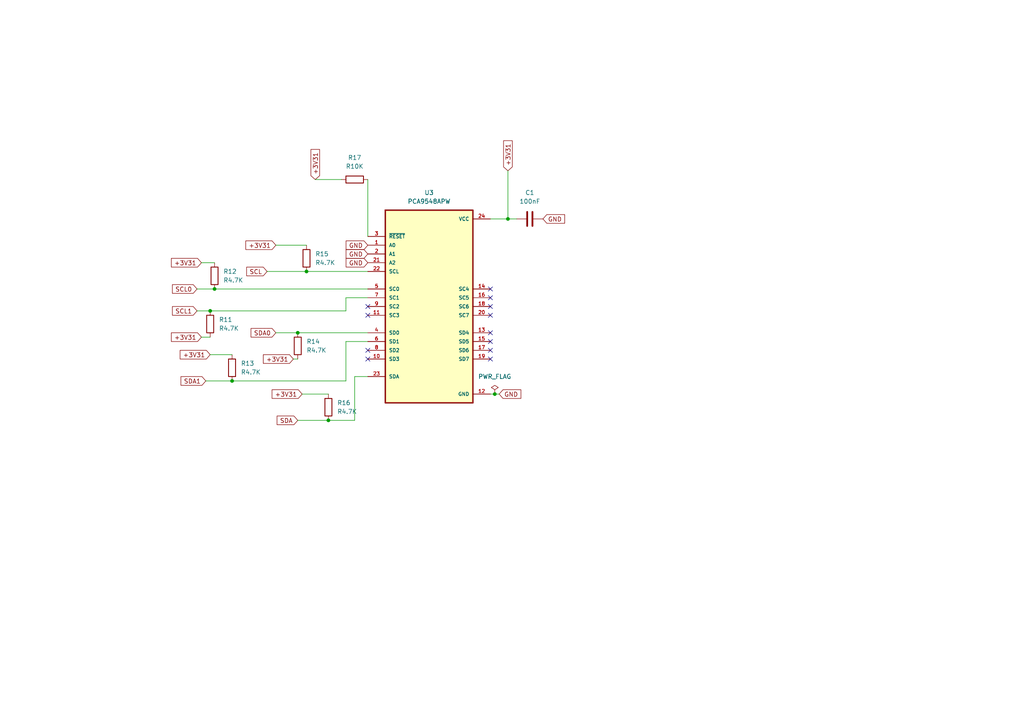
<source format=kicad_sch>
(kicad_sch (version 20231120) (generator "eeschema") (generator_version "8.0")
  (paper "A4")
  (lib_symbols
    (symbol "Device:C" (pin_numbers hide) (pin_names (offset 0.254))
      (property "Reference" "C" (at 0.635 2.54 0))
      (property "Value" "C" (at 0.635 -2.54 0))
      (symbol "C_0_1"
        (polyline (pts (xy -2.032 -0.762) (xy 2.032 -0.762)) (stroke (width 0.508)))
        (polyline (pts (xy -2.032 0.762) (xy 2.032 0.762)) (stroke (width 0.508)))
      )
      (symbol "C_1_1"
        (pin passive line (at 0 3.81 270) (length 2.794) (name "~") (number "1"))
        (pin passive line (at 0 -3.81 90) (length 2.794) (name "~") (number "2"))
      )
    )
    (symbol "Device:R" (pin_numbers hide) (pin_names (offset 0))
      (property "Reference" "R" (at 2.032 0 90))
      (property "Value" "R" (at 0 0 90))
      (symbol "R_0_1"
        (rectangle (start -1.016 -2.54) (end 1.016 2.54) (stroke (width 0.254)))
      )
      (symbol "R_1_1"
        (pin passive line (at 0 3.81 270) (length 1.27) (name "~") (number "1"))
        (pin passive line (at 0 -3.81 90) (length 1.27) (name "~") (number "2"))
      )
    )
    (symbol "SF_Library:PCA9548APW" (pin_names (offset 1.016))
      (property "Reference" "U" (at -12.7 28.94 0))
      (property "Value" "PCA9548APW" (at -12.7 -31.94 0))
      (symbol "PCA9548APW_0_0"
        (rectangle (start -12.7 -27.94) (end 12.7 27.94) (stroke (width 0.41)) (fill (type background)))
        (pin input line (at -17.78 17.78 0) (length 5.08) (name "A0") (number "1"))
        (pin bidirectional line (at -17.78 -15.24 0) (length 5.08) (name "SD3") (number "10"))
        (pin bidirectional line (at -17.78 -2.54 0) (length 5.08) (name "SC3") (number "11"))
        (pin power_in line (at 17.78 -25.4 180) (length 5.08) (name "GND") (number "12"))
        (pin bidirectional line (at 17.78 -7.62 180) (length 5.08) (name "SD4") (number "13"))
        (pin bidirectional line (at 17.78 5.08 180) (length 5.08) (name "SC4") (number "14"))
        (pin bidirectional line (at 17.78 -10.16 180) (length 5.08) (name "SD5") (number "15"))
        (pin bidirectional line (at 17.78 2.54 180) (length 5.08) (name "SC5") (number "16"))
        (pin bidirectional line (at 17.78 -12.7 180) (length 5.08) (name "SD6") (number "17"))
        (pin bidirectional line (at 17.78 0 180) (length 5.08) (name "SC6") (number "18"))
        (pin bidirectional line (at 17.78 -15.24 180) (length 5.08) (name "SD7") (number "19"))
        (pin input line (at -17.78 15.24 0) (length 5.08) (name "A1") (number "2"))
        (pin bidirectional line (at 17.78 -2.54 180) (length 5.08) (name "SC7") (number "20"))
        (pin input line (at -17.78 12.7 0) (length 5.08) (name "A2") (number "21"))
        (pin input line (at -17.78 10.16 0) (length 5.08) (name "SCL") (number "22"))
        (pin bidirectional line (at -17.78 -20.32 0) (length 5.08) (name "SDA") (number "23"))
        (pin power_in line (at 17.78 25.4 180) (length 5.08) (name "VCC") (number "24"))
        (pin input line (at -17.78 20.32 0) (length 5.08) (name "~{RESET}") (number "3"))
        (pin bidirectional line (at -17.78 -7.62 0) (length 5.08) (name "SD0") (number "4"))
        (pin bidirectional line (at -17.78 5.08 0) (length 5.08) (name "SC0") (number "5"))
        (pin bidirectional line (at -17.78 -10.16 0) (length 5.08) (name "SD1") (number "6"))
        (pin bidirectional line (at -17.78 2.54 0) (length 5.08) (name "SC1") (number "7"))
        (pin bidirectional line (at -17.78 -12.7 0) (length 5.08) (name "SD2") (number "8"))
        (pin bidirectional line (at -17.78 0 0) (length 5.08) (name "SC2") (number "9"))
      )
    )
    (symbol "power:PWR_FLAG" (power) (pin_numbers hide) (pin_names (offset 0) hide)
      (property "Value" "PWR_FLAG" (at 0 3.81 0))
      (symbol "PWR_FLAG_0_0"
        (pin power_out line (at 0 0 90) (length 0) (name "~") (number "1"))
      )
      (symbol "PWR_FLAG_0_1"
        (polyline (pts (xy 0 0) (xy 0 1.27) (xy -1.016 1.905) (xy 0 2.54) (xy 1.016 1.905) (xy 0 1.27)))
      )
    )
  )
  (junction (at 86.36 96.52))
  (junction (at 62.23 83.82))
  (junction (at 88.9 78.74))
  (junction (at 147.32 63.5))
  (junction (at 60.96 90.17))
  (junction (at 95.25 121.92))
  (junction (at 67.31 110.49))
  (junction (at 143.51 114.3))
  (no_connect (at 142.24 96.52))
  (no_connect (at 142.24 104.14))
  (no_connect (at 142.24 99.06))
  (no_connect (at 142.24 88.9))
  (no_connect (at 106.68 88.9))
  (no_connect (at 142.24 83.82))
  (no_connect (at 142.24 101.6))
  (no_connect (at 142.24 86.36))
  (no_connect (at 106.68 101.6))
  (no_connect (at 142.24 91.44))
  (no_connect (at 106.68 104.14))
  (no_connect (at 106.68 91.44))
  (wire (pts (xy 147.32 63.5) (xy 149.86 63.5)))
  (wire (pts (xy 57.15 90.17) (xy 60.96 90.17)))
  (wire (pts (xy 60.96 102.87) (xy 67.31 102.87)))
  (wire (pts (xy 80.01 96.52) (xy 86.36 96.52)))
  (wire (pts (xy 67.31 110.49) (xy 100.33 110.49)))
  (wire (pts (xy 100.33 99.06) (xy 100.33 110.49)))
  (wire (pts (xy 59.69 110.49) (xy 67.31 110.49)))
  (wire (pts (xy 85.09 104.14) (xy 86.36 104.14)))
  (wire (pts (xy 88.9 71.12) (xy 80.01 71.12)))
  (wire (pts (xy 87.63 114.3) (xy 95.25 114.3)))
  (wire (pts (xy 77.47 78.74) (xy 88.9 78.74)))
  (wire (pts (xy 58.42 76.2) (xy 62.23 76.2)))
  (wire (pts (xy 100.33 90.17) (xy 100.33 86.36)))
  (wire (pts (xy 106.68 52.07) (xy 106.68 68.58)))
  (wire (pts (xy 57.15 83.82) (xy 62.23 83.82)))
  (wire (pts (xy 95.25 121.92) (xy 102.87 121.92)))
  (wire (pts (xy 102.87 121.92) (xy 102.87 109.22)))
  (wire (pts (xy 143.51 114.3) (xy 142.24 114.3)))
  (wire (pts (xy 62.23 83.82) (xy 106.68 83.82)))
  (wire (pts (xy 86.36 96.52) (xy 106.68 96.52)))
  (wire (pts (xy 91.44 52.07) (xy 99.06 52.07)))
  (wire (pts (xy 147.32 63.5) (xy 142.24 63.5)))
  (wire (pts (xy 58.42 97.79) (xy 60.96 97.79)))
  (wire (pts (xy 88.9 78.74) (xy 106.68 78.74)))
  (wire (pts (xy 144.78 114.3) (xy 143.51 114.3)))
  (wire (pts (xy 60.96 90.17) (xy 100.33 90.17)))
  (wire (pts (xy 86.36 121.92) (xy 95.25 121.92)))
  (wire (pts (xy 100.33 99.06) (xy 106.68 99.06)))
  (wire (pts (xy 100.33 86.36) (xy 106.68 86.36)))
  (wire (pts (xy 102.87 109.22) (xy 106.68 109.22)))
  (wire (pts (xy 147.32 49.53) (xy 147.32 63.5)))
  (global_label "GND" (shape input) (at 106.68 73.66 180) (property "Intersheetrefs" "${INTERSHEET_REFS}" (effects (hide yes))))
  (global_label "+3V31" (shape input) (at 147.32 49.53 90) (property "Intersheetrefs" "${INTERSHEET_REFS}" (effects (hide yes))))
  (global_label "SCL" (shape input) (at 77.47 78.74 180) (property "Intersheetrefs" "${INTERSHEET_REFS}" (effects (hide yes))))
  (global_label "SDA" (shape input) (at 86.36 121.92 180) (property "Intersheetrefs" "${INTERSHEET_REFS}" (effects (hide yes))))
  (global_label "+3V31" (shape input) (at 60.96 102.87 180) (property "Intersheetrefs" "${INTERSHEET_REFS}" (effects (hide yes))))
  (global_label "GND" (shape input) (at 106.68 71.12 180) (property "Intersheetrefs" "${INTERSHEET_REFS}" (effects (hide yes))))
  (global_label "SDA1" (shape input) (at 59.69 110.49 180) (property "Intersheetrefs" "${INTERSHEET_REFS}" (effects (hide yes))))
  (global_label "GND" (shape input) (at 144.78 114.3 0) (property "Intersheetrefs" "${INTERSHEET_REFS}" (effects (hide yes))))
  (global_label "+3V31" (shape input) (at 85.09 104.14 180) (property "Intersheetrefs" "${INTERSHEET_REFS}" (effects (hide yes))))
  (global_label "+3V31" (shape input) (at 80.01 71.12 180) (property "Intersheetrefs" "${INTERSHEET_REFS}" (effects (hide yes))))
  (global_label "SDA0" (shape input) (at 80.01 96.52 180) (property "Intersheetrefs" "${INTERSHEET_REFS}" (effects (hide yes))))
  (global_label "GND" (shape input) (at 157.48 63.5 0) (property "Intersheetrefs" "${INTERSHEET_REFS}" (effects (hide yes))))
  (global_label "+3V31" (shape input) (at 58.42 97.79 180) (property "Intersheetrefs" "${INTERSHEET_REFS}" (effects (hide yes))))
  (global_label "+3V31" (shape input) (at 91.44 52.07 90) (property "Intersheetrefs" "${INTERSHEET_REFS}" (effects (hide yes))))
  (global_label "SCL0" (shape input) (at 57.15 83.82 180) (property "Intersheetrefs" "${INTERSHEET_REFS}" (effects (hide yes))))
  (global_label "+3V31" (shape input) (at 58.42 76.2 180) (property "Intersheetrefs" "${INTERSHEET_REFS}" (effects (hide yes))))
  (global_label "+3V31" (shape input) (at 87.63 114.3 180) (property "Intersheetrefs" "${INTERSHEET_REFS}" (effects (hide yes))))
  (global_label "GND" (shape input) (at 106.68 76.2 180) (property "Intersheetrefs" "${INTERSHEET_REFS}" (effects (hide yes))))
  (global_label "SCL1" (shape input) (at 57.15 90.17 180) (property "Intersheetrefs" "${INTERSHEET_REFS}" (effects (hide yes))))
  (symbol (lib_id "Device:R") (at 86.36 100.33 180) (unit 1)
    (property "Reference" "R14" (at 88.9 99.0599 0) (effects (justify right)))
    (property "Value" "R4.7K" (at 88.9 101.5999 0) (effects (justify right)))
    (property "Footprint" "Resistor_SMD:R_1206_3216Metric_Pad1.30x1.75mm_HandSolder" (effects (hide yes)))
    (property "Description" "Resistor" (effects (hide yes)))
  )
  (symbol (lib_id "Device:C") (at 153.67 63.5 90) (unit 1)
    (property "Reference" "C1" (at 153.67 55.88 90))
    (property "Value" "100nF" (at 153.67 58.42 90))
    (property "Footprint" "Capacitor_SMD:C_1206_3216Metric_Pad1.33x1.80mm_HandSolder" (effects (hide yes)))
    (property "Description" "Unpolarized capacitor" (effects (hide yes)))
  )
  (symbol (lib_id "Device:R") (at 102.87 52.07 90) (unit 1)
    (property "Reference" "R17" (at 102.87 45.72 90))
    (property "Value" "R10K" (at 102.87 48.26 90))
    (property "Footprint" "Resistor_SMD:R_1206_3216Metric_Pad1.30x1.75mm_HandSolder" (effects (hide yes)))
    (property "Description" "Resistor" (effects (hide yes)))
  )
  (symbol (lib_id "SF_Library:PCA9548APW") (at 124.46 88.9 0) (unit 1)
    (property "Reference" "U3" (at 124.46 55.88 0))
    (property "Value" "PCA9548APW" (at 124.46 58.42 0))
    (property "Footprint" "SFLibrary:SOP65P640X120-24N" (effects (hide yes)))
    (property "MF" "Texas Instruments" (effects (hide yes)))
    (property "Description_1" "\n8-Channel I2C Switch With Reset 24-TSSOP -40 to 85\n" (effects (hide yes)))
    (property "Package" "TSSOP-24 Texas Instruments" (effects (hide yes)))
    (property "Price" "None" (effects (hide yes)))
    (property "SnapEDA_Link" "https://www.snapeda.com/parts/PCA9548APW/Texas+Instruments/view-part/?ref=snap" (effects (hide yes)))
    (property "MP" "PCA9548APW" (effects (hide yes)))
    (property "Availability" "In Stock" (effects (hide yes)))
    (property "Check_prices" "https://www.snapeda.com/parts/PCA9548APW/Texas+Instruments/view-part/?ref=eda" (effects (hide yes)))
  )
  (symbol (lib_id "Device:R") (at 60.96 93.98 180) (unit 1)
    (property "Reference" "R11" (at 63.5 92.7099 0) (effects (justify right)))
    (property "Value" "R4.7K" (at 63.5 95.2499 0) (effects (justify right)))
    (property "Footprint" "Resistor_SMD:R_1206_3216Metric_Pad1.30x1.75mm_HandSolder" (effects (hide yes)))
    (property "Description" "Resistor" (effects (hide yes)))
  )
  (symbol (lib_id "power:PWR_FLAG") (at 143.51 114.3 0) (unit 1)
    (property "Reference" "#FLG02" (effects (hide yes)))
    (property "Value" "PWR_FLAG" (at 143.51 109.22 0))
    (property "Description" "Special symbol for telling ERC where power comes from" (effects (hide yes)))
  )
  (symbol (lib_id "Device:R") (at 95.25 118.11 0) (unit 1)
    (property "Reference" "R16" (at 97.79 116.8399 0) (effects (justify left)))
    (property "Value" "R4.7K" (at 97.79 119.3799 0) (effects (justify left)))
    (property "Footprint" "Resistor_SMD:R_1206_3216Metric_Pad1.30x1.75mm_HandSolder" (effects (hide yes)))
    (property "Description" "Resistor" (effects (hide yes)))
  )
  (symbol (lib_id "Device:R") (at 62.23 80.01 180) (unit 1)
    (property "Reference" "R12" (at 64.77 78.7399 0) (effects (justify right)))
    (property "Value" "R4.7K" (at 64.77 81.2799 0) (effects (justify right)))
    (property "Footprint" "Resistor_SMD:R_1206_3216Metric_Pad1.30x1.75mm_HandSolder" (effects (hide yes)))
    (property "Description" "Resistor" (effects (hide yes)))
  )
  (symbol (lib_id "Device:R") (at 67.31 106.68 180) (unit 1)
    (property "Reference" "R13" (at 69.85 105.4099 0) (effects (justify right)))
    (property "Value" "R4.7K" (at 69.85 107.9499 0) (effects (justify right)))
    (property "Footprint" "Resistor_SMD:R_1206_3216Metric_Pad1.30x1.75mm_HandSolder" (effects (hide yes)))
    (property "Description" "Resistor" (effects (hide yes)))
  )
  (symbol (lib_id "Device:R") (at 88.9 74.93 180) (unit 1)
    (property "Reference" "R15" (at 91.44 73.6599 0) (effects (justify right)))
    (property "Value" "R4.7K" (at 91.44 76.1999 0) (effects (justify right)))
    (property "Footprint" "Resistor_SMD:R_1206_3216Metric_Pad1.30x1.75mm_HandSolder" (effects (hide yes)))
    (property "Description" "Resistor" (effects (hide yes)))
  )
)
</source>
